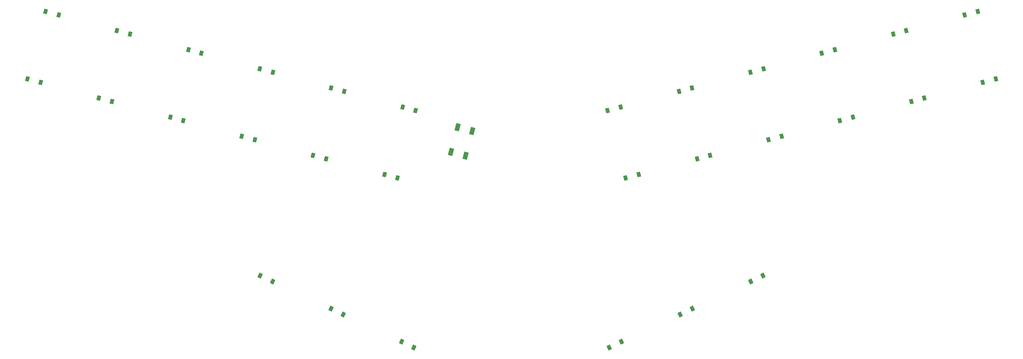
<source format=gbr>
%TF.GenerationSoftware,KiCad,Pcbnew,8.0.1*%
%TF.CreationDate,2024-08-13T22:00:52-05:00*%
%TF.ProjectId,tonyverse,746f6e79-7665-4727-9365-2e6b69636164,v1.0.0*%
%TF.SameCoordinates,Original*%
%TF.FileFunction,Paste,Top*%
%TF.FilePolarity,Positive*%
%FSLAX46Y46*%
G04 Gerber Fmt 4.6, Leading zero omitted, Abs format (unit mm)*
G04 Created by KiCad (PCBNEW 8.0.1) date 2024-08-13 22:00:52*
%MOMM*%
%LPD*%
G01*
G04 APERTURE LIST*
G04 Aperture macros list*
%AMRotRect*
0 Rectangle, with rotation*
0 The origin of the aperture is its center*
0 $1 length*
0 $2 width*
0 $3 Rotation angle, in degrees counterclockwise*
0 Add horizontal line*
21,1,$1,$2,0,0,$3*%
G04 Aperture macros list end*
%ADD10RotRect,1.800000X1.100000X255.000000*%
%ADD11RotRect,0.900000X1.200000X345.000000*%
%ADD12RotRect,0.900000X1.200000X15.000000*%
%ADD13RotRect,0.900000X1.200000X335.000000*%
%ADD14RotRect,0.900000X1.200000X25.000000*%
G04 APERTURE END LIST*
D10*
%TO.C,B1*%
X165179172Y-145287097D03*
X163574494Y-151275837D03*
X161605246Y-144329467D03*
X160000568Y-150318207D03*
%TD*%
D11*
%TO.C,D7*%
X109039369Y-146550084D03*
X112226925Y-147404184D03*
%TD*%
%TO.C,D8*%
X113439293Y-130129345D03*
X116626849Y-130983445D03*
%TD*%
D12*
%TO.C,D24*%
X219920905Y-152062927D03*
X223108461Y-151208827D03*
%TD*%
D13*
%TO.C,D15*%
X147999191Y-196574311D03*
X150990007Y-197968951D03*
%TD*%
D14*
%TO.C,D28*%
X232984184Y-181909457D03*
X235975000Y-180514817D03*
%TD*%
D12*
%TO.C,D20*%
X254694235Y-142745441D03*
X257881791Y-141891341D03*
%TD*%
%TO.C,D16*%
X289467565Y-133427956D03*
X292655121Y-132573856D03*
%TD*%
D13*
%TO.C,D14*%
X130779343Y-188544564D03*
X133770159Y-189939204D03*
%TD*%
D11*
%TO.C,D1*%
X60066931Y-133427956D03*
X56879375Y-132573856D03*
%TD*%
D12*
%TO.C,D18*%
X272080900Y-138086698D03*
X275268456Y-137232598D03*
%TD*%
%TO.C,D21*%
X250294311Y-126324702D03*
X253481867Y-125470602D03*
%TD*%
D11*
%TO.C,D12*%
X148212623Y-139446831D03*
X151400179Y-140300931D03*
%TD*%
D12*
%TO.C,D27*%
X198134317Y-140300931D03*
X201321873Y-139446831D03*
%TD*%
%TO.C,D26*%
X202534240Y-156721670D03*
X205721796Y-155867570D03*
%TD*%
D11*
%TO.C,D4*%
X78665963Y-120811859D03*
X81853519Y-121665959D03*
%TD*%
D12*
%TO.C,D17*%
X285067641Y-117007216D03*
X288255197Y-116153116D03*
%TD*%
D11*
%TO.C,D2*%
X61279298Y-116153116D03*
X64466854Y-117007216D03*
%TD*%
%TO.C,D3*%
X74266040Y-137232598D03*
X77453596Y-138086698D03*
%TD*%
D13*
%TO.C,D13*%
X113559495Y-180514817D03*
X116550311Y-181909457D03*
%TD*%
D12*
%TO.C,D19*%
X267680976Y-121665959D03*
X270868532Y-120811859D03*
%TD*%
%TO.C,D23*%
X232907646Y-130983445D03*
X236095202Y-130129345D03*
%TD*%
D11*
%TO.C,D10*%
X130825958Y-134788088D03*
X134013514Y-135642188D03*
%TD*%
D12*
%TO.C,D25*%
X215520981Y-135642188D03*
X218708537Y-134788088D03*
%TD*%
D14*
%TO.C,D30*%
X198544488Y-197968951D03*
X201535304Y-196574311D03*
%TD*%
D11*
%TO.C,D5*%
X91652704Y-141891341D03*
X94840260Y-142745441D03*
%TD*%
D12*
%TO.C,D22*%
X237307570Y-147404184D03*
X240495126Y-146550084D03*
%TD*%
D11*
%TO.C,D6*%
X96052628Y-125470602D03*
X99240184Y-126324702D03*
%TD*%
D14*
%TO.C,D29*%
X215764336Y-189939204D03*
X218755152Y-188544564D03*
%TD*%
D11*
%TO.C,D9*%
X126426034Y-151208827D03*
X129613590Y-152062927D03*
%TD*%
%TO.C,D11*%
X143812699Y-155867570D03*
X147000255Y-156721670D03*
%TD*%
M02*

</source>
